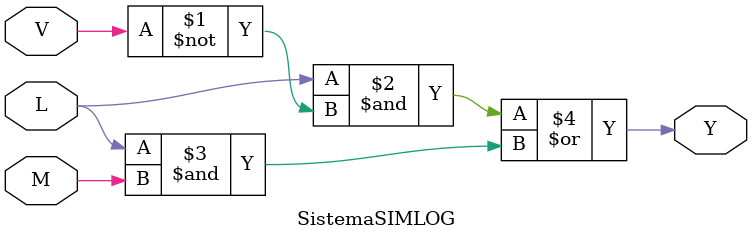
<source format=v>

module SistemaSOP(input wire L, V, M, output wire Y);
//nots
    wire nL, nV, nM;
//salidas
    wire w1, w2, w3;

//operadoers
    not(nL, L);
    not(nV, V);
    not(nM, M);
    and(w1,L, nV, nM);
    and(w2,L, nV, M);
    and(w3,L, V, M);
    or(Y, w1, w2, w3);

endmodule



module SistemaPOS(input wire L, V, M, output wire Y);
//nots
    wire nL, nV, nM;
//salidas
    wire w1, w2, w3, w4, w5;

//operadoers
    not(nL, L);
    not(nV, V);
    not(nM, M);
    or(w1, L, V, M);
    or(w2, L, V, nM);
    or(w3, L, nV, M);
    or(w4, L, nV, nM);
    or(w5, nL, nV, M);
    and(Y, w1, w2, w3, w4, w5);

endmodule



module SistemaSIM(input wire L, V, M, output wire Y);
//nots
    wire nV;
//salidas
    wire w1, w2;

//operadoers
    not(nV, V);
    and(w1, L, nV);
    and(w2, L, M);
    or(Y, w1, w2);

endmodule


module SistemaSOPLOG(input wire L, V, M, output wire Y);

    assign Y = (L & ~V & ~M) | (L & ~V & M) | (L & V & M);

endmodule


module SistemaPOSLOG(input wire L, V, M, output wire Y);

    assign Y = (L | V | M) & (L | V | ~M) & (L | ~V | M) & (L | ~V | ~M) & (~L | ~V | M);
 
endmodule


module SistemaSIMLOG(input wire L, V, M, output wire Y);

    assign Y =  (L & ~V) | (L & M);

endmodule
</source>
